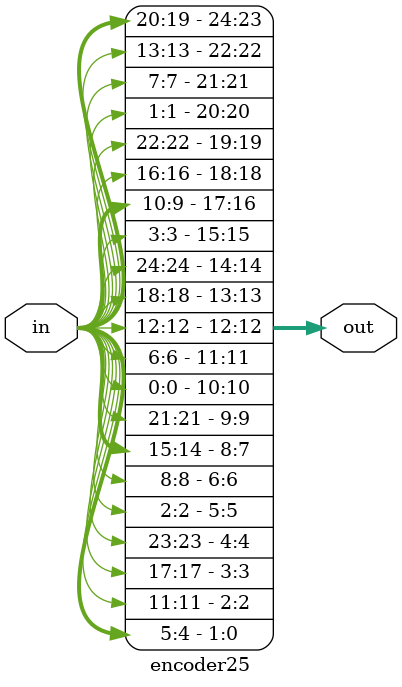
<source format=v>
module encoder25(input[24:0] in, output[24:0] out);
	assign out[24] = in[20];
	assign out[23] = in[19];
	assign out[22] = in[13];
	assign out[21] = in[7];
	assign out[20] = in[1];
	assign out[19] = in[22];
	assign out[18] = in[16];
	assign out[17] = in[10];
	assign out[16] = in[9];
	assign out[15] = in[3];
	assign out[14] = in[24];
	assign out[13] = in[18];
	assign out[12] = in[12];
	assign out[11] = in[6];
	assign out[10] = in[0];
	assign out[9] = in[21];
	assign out[8] = in[15];	
	assign out[7] = in[14];
	assign out[6] = in[8];
	assign out[5] = in[2];
	assign out[4] = in[23];
	assign out[3] = in[17];
	assign out[2] = in[11];
	assign out[1] = in[5];
	assign out[0] = in[4];
endmodule

</source>
